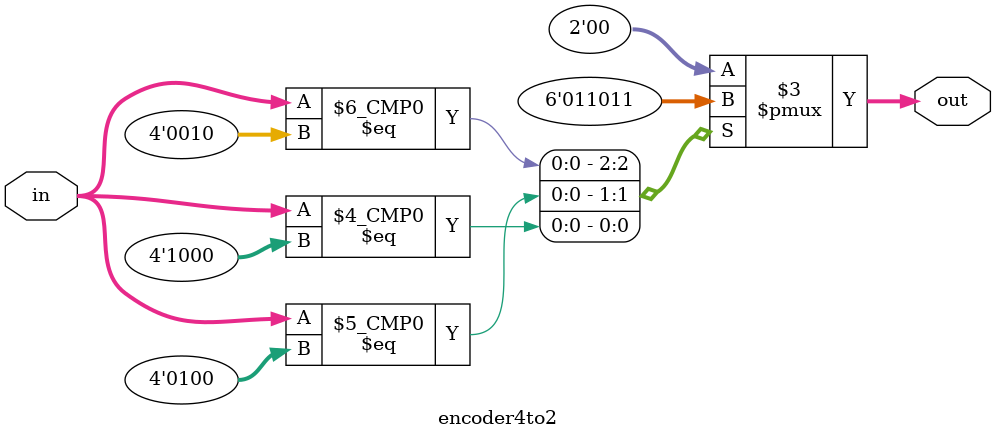
<source format=v>
module encoder4to2 (
    input  wire [3:0] in,   
    output reg  [1:0] out
);

always @(*) begin
    case (in)
        4'b0001: out = 2'b00; 
        4'b0010: out = 2'b01; 
        4'b0100: out = 2'b10; 
        4'b1000: out = 2'b11; 
        default: out = 2'b00; 
    endcase
end

endmodule

</source>
